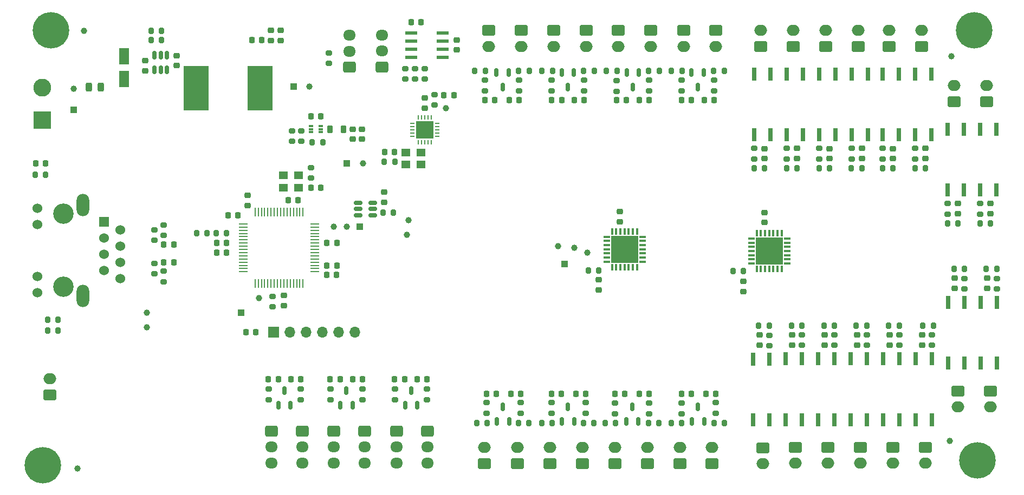
<source format=gbr>
%TF.GenerationSoftware,KiCad,Pcbnew,8.0.5*%
%TF.CreationDate,2024-09-23T13:18:53+02:00*%
%TF.ProjectId,PIC18F_ETH,50494331-3846-45f4-9554-482e6b696361,rev?*%
%TF.SameCoordinates,Original*%
%TF.FileFunction,Soldermask,Top*%
%TF.FilePolarity,Negative*%
%FSLAX46Y46*%
G04 Gerber Fmt 4.6, Leading zero omitted, Abs format (unit mm)*
G04 Created by KiCad (PCBNEW 8.0.5) date 2024-09-23 13:18:53*
%MOMM*%
%LPD*%
G01*
G04 APERTURE LIST*
G04 Aperture macros list*
%AMRoundRect*
0 Rectangle with rounded corners*
0 $1 Rounding radius*
0 $2 $3 $4 $5 $6 $7 $8 $9 X,Y pos of 4 corners*
0 Add a 4 corners polygon primitive as box body*
4,1,4,$2,$3,$4,$5,$6,$7,$8,$9,$2,$3,0*
0 Add four circle primitives for the rounded corners*
1,1,$1+$1,$2,$3*
1,1,$1+$1,$4,$5*
1,1,$1+$1,$6,$7*
1,1,$1+$1,$8,$9*
0 Add four rect primitives between the rounded corners*
20,1,$1+$1,$2,$3,$4,$5,0*
20,1,$1+$1,$4,$5,$6,$7,0*
20,1,$1+$1,$6,$7,$8,$9,0*
20,1,$1+$1,$8,$9,$2,$3,0*%
G04 Aperture macros list end*
%ADD10RoundRect,0.225000X-0.225000X-0.250000X0.225000X-0.250000X0.225000X0.250000X-0.225000X0.250000X0*%
%ADD11RoundRect,0.225000X0.250000X-0.225000X0.250000X0.225000X-0.250000X0.225000X-0.250000X-0.225000X0*%
%ADD12RoundRect,0.225000X-0.250000X0.225000X-0.250000X-0.225000X0.250000X-0.225000X0.250000X0.225000X0*%
%ADD13RoundRect,0.225000X0.225000X0.250000X-0.225000X0.250000X-0.225000X-0.250000X0.225000X-0.250000X0*%
%ADD14C,5.700000*%
%ADD15RoundRect,0.200000X-0.200000X-0.275000X0.200000X-0.275000X0.200000X0.275000X-0.200000X0.275000X0*%
%ADD16RoundRect,0.200000X-0.275000X0.200000X-0.275000X-0.200000X0.275000X-0.200000X0.275000X0.200000X0*%
%ADD17R,0.640000X2.000000*%
%ADD18RoundRect,0.200000X0.200000X0.275000X-0.200000X0.275000X-0.200000X-0.275000X0.200000X-0.275000X0*%
%ADD19RoundRect,0.250000X-0.750000X0.600000X-0.750000X-0.600000X0.750000X-0.600000X0.750000X0.600000X0*%
%ADD20O,2.000000X1.700000*%
%ADD21RoundRect,0.250000X0.725000X-0.600000X0.725000X0.600000X-0.725000X0.600000X-0.725000X-0.600000X0*%
%ADD22O,1.950000X1.700000*%
%ADD23RoundRect,0.200000X0.275000X-0.200000X0.275000X0.200000X-0.275000X0.200000X-0.275000X-0.200000X0*%
%ADD24RoundRect,0.250000X0.750000X-0.600000X0.750000X0.600000X-0.750000X0.600000X-0.750000X-0.600000X0*%
%ADD25R,1.000000X1.000000*%
%ADD26C,1.000000*%
%ADD27RoundRect,0.218750X0.256250X-0.218750X0.256250X0.218750X-0.256250X0.218750X-0.256250X-0.218750X0*%
%ADD28RoundRect,0.150000X-0.150000X0.512500X-0.150000X-0.512500X0.150000X-0.512500X0.150000X0.512500X0*%
%ADD29RoundRect,0.085000X0.265000X0.085000X-0.265000X0.085000X-0.265000X-0.085000X0.265000X-0.085000X0*%
%ADD30R,4.000000X7.000000*%
%ADD31R,1.969999X0.558000*%
%ADD32R,2.800000X2.800000*%
%ADD33C,2.800000*%
%ADD34RoundRect,0.218750X-0.256250X0.218750X-0.256250X-0.218750X0.256250X-0.218750X0.256250X0.218750X0*%
%ADD35RoundRect,0.150000X0.150000X-0.512500X0.150000X0.512500X-0.150000X0.512500X-0.150000X-0.512500X0*%
%ADD36R,1.700000X1.700000*%
%ADD37O,1.700000X1.700000*%
%ADD38RoundRect,0.218750X-0.218750X-0.256250X0.218750X-0.256250X0.218750X0.256250X-0.218750X0.256250X0*%
%ADD39RoundRect,0.150000X-0.512500X-0.150000X0.512500X-0.150000X0.512500X0.150000X-0.512500X0.150000X0*%
%ADD40RoundRect,0.250000X-0.725000X0.600000X-0.725000X-0.600000X0.725000X-0.600000X0.725000X0.600000X0*%
%ADD41RoundRect,0.243750X0.243750X0.456250X-0.243750X0.456250X-0.243750X-0.456250X0.243750X-0.456250X0*%
%ADD42R,0.304800X1.016000*%
%ADD43R,1.016000X0.304800*%
%ADD44R,4.191000X4.191000*%
%ADD45R,0.279400X1.461999*%
%ADD46R,1.461999X0.279400*%
%ADD47RoundRect,0.218750X-0.218750X-0.381250X0.218750X-0.381250X0.218750X0.381250X-0.218750X0.381250X0*%
%ADD48R,0.711200X0.254000*%
%ADD49R,0.254000X0.711200*%
%ADD50R,2.692400X2.692400*%
%ADD51C,3.200000*%
%ADD52R,1.524000X1.524000*%
%ADD53C,1.524000*%
%ADD54O,2.000000X3.500000*%
%ADD55R,1.400000X1.200000*%
%ADD56RoundRect,0.250000X0.550000X-1.050000X0.550000X1.050000X-0.550000X1.050000X-0.550000X-1.050000X0*%
G04 APERTURE END LIST*
D10*
%TO.C,C6005*%
X113766000Y-116078000D03*
X115316000Y-116078000D03*
%TD*%
D11*
%TO.C,C4010*%
X160528000Y-146825000D03*
X160528000Y-145275000D03*
%TD*%
D12*
%TO.C,C4009*%
X137922000Y-145021000D03*
X137922000Y-146571000D03*
%TD*%
D13*
%TO.C,C2012*%
X84341000Y-153162000D03*
X82791000Y-153162000D03*
%TD*%
D14*
%TO.C,H7004*%
X51054000Y-173990000D03*
%TD*%
D15*
%TO.C,R9023*%
X183262000Y-152146000D03*
X184912000Y-152146000D03*
%TD*%
D16*
%TO.C,R8001*%
X140462000Y-164295000D03*
X140462000Y-165945000D03*
%TD*%
D11*
%TO.C,C3008*%
X86750000Y-107535000D03*
X86750000Y-105985000D03*
%TD*%
D17*
%TO.C,U9015*%
X167340000Y-122290000D03*
X169880000Y-122290000D03*
X169880000Y-112790000D03*
X167340000Y-112790000D03*
%TD*%
D18*
%TO.C,R2003*%
X79819000Y-137668000D03*
X78169000Y-137668000D03*
%TD*%
D19*
%TO.C,J8012*%
X141016000Y-105998000D03*
D20*
X141016000Y-108498000D03*
%TD*%
D18*
%TO.C,R9030*%
X174053000Y-127508000D03*
X172403000Y-127508000D03*
%TD*%
D19*
%TO.C,J8016*%
X120742000Y-105998000D03*
D20*
X120742000Y-108498000D03*
%TD*%
D10*
%TO.C,C5001*%
X70000000Y-142250000D03*
X71550000Y-142250000D03*
%TD*%
D15*
%TO.C,R9022*%
X178182000Y-152146000D03*
X179832000Y-152146000D03*
%TD*%
D14*
%TO.C,H7003*%
X197104000Y-173228000D03*
%TD*%
D17*
%TO.C,U9006*%
X189992000Y-157384000D03*
X187452000Y-157384000D03*
X187452000Y-166884000D03*
X189992000Y-166884000D03*
%TD*%
D16*
%TO.C,R9007*%
X195072000Y-144779000D03*
X195072000Y-146429000D03*
%TD*%
D15*
%TO.C,R8032*%
X118601000Y-112308000D03*
X120251000Y-112308000D03*
%TD*%
D18*
%TO.C,R8012*%
X127063000Y-167406000D03*
X125413000Y-167406000D03*
%TD*%
D21*
%TO.C,J6001*%
X99014000Y-111720000D03*
D22*
X99014000Y-109220000D03*
X99014000Y-106720000D03*
%TD*%
D23*
%TO.C,R9015*%
X167340000Y-126067000D03*
X167340000Y-124417000D03*
%TD*%
D24*
%TO.C,J8007*%
X150622000Y-173756000D03*
D20*
X150622000Y-171256000D03*
%TD*%
D13*
%TO.C,C8004*%
X145809000Y-162834000D03*
X144259000Y-162834000D03*
%TD*%
D10*
%TO.C,C8002*%
X140449000Y-162834000D03*
X141999000Y-162834000D03*
%TD*%
%TO.C,C8012*%
X130602000Y-116880000D03*
X132152000Y-116880000D03*
%TD*%
D25*
%TO.C,TP2015*%
X100584000Y-136652000D03*
%TD*%
D15*
%TO.C,R2001*%
X104232000Y-134452000D03*
X105882000Y-134452000D03*
%TD*%
D16*
%TO.C,R8003*%
X150876000Y-164295000D03*
X150876000Y-165945000D03*
%TD*%
D23*
%TO.C,R9012*%
X182326000Y-126067000D03*
X182326000Y-124417000D03*
%TD*%
D17*
%TO.C,U9001*%
X164592000Y-157446000D03*
X162052000Y-157446000D03*
X162052000Y-166946000D03*
X164592000Y-166946000D03*
%TD*%
D11*
%TO.C,C3009*%
X67056000Y-112281000D03*
X67056000Y-110731000D03*
%TD*%
D23*
%TO.C,R2002*%
X87000000Y-149224000D03*
X87000000Y-147574000D03*
%TD*%
D16*
%TO.C,R5004*%
X68500000Y-142425000D03*
X68500000Y-144075000D03*
%TD*%
D26*
%TO.C,TP2004*%
X96520000Y-136652000D03*
%TD*%
D27*
%TO.C,D9007*%
X183388000Y-155194000D03*
X183388000Y-153619000D03*
%TD*%
D19*
%TO.C,J9002*%
X168702000Y-171216000D03*
D20*
X168702000Y-173716000D03*
%TD*%
D12*
%TO.C,C3005*%
X99500000Y-121450000D03*
X99500000Y-123000000D03*
%TD*%
D28*
%TO.C,U3001*%
X70450000Y-109862500D03*
X69500000Y-109862500D03*
X68550000Y-109862500D03*
X68550000Y-112137500D03*
X69500000Y-112137500D03*
X70450000Y-112137500D03*
%TD*%
D11*
%TO.C,C3002*%
X88250000Y-107535000D03*
X88250000Y-105985000D03*
%TD*%
D15*
%TO.C,R8010*%
X118872000Y-167406000D03*
X120522000Y-167406000D03*
%TD*%
D23*
%TO.C,R3004*%
X91500000Y-123325000D03*
X91500000Y-121675000D03*
%TD*%
D16*
%TO.C,R4004*%
X96022000Y-162126000D03*
X96022000Y-163776000D03*
%TD*%
D18*
%TO.C,R9032*%
X163893000Y-127508000D03*
X162243000Y-127508000D03*
%TD*%
D26*
%TO.C,TP3001*%
X55880000Y-115062000D03*
%TD*%
D29*
%TO.C,U3002*%
X94476000Y-121912000D03*
X94476000Y-121412000D03*
X94476000Y-120912000D03*
X92976000Y-120912000D03*
X92976000Y-121412000D03*
X92976000Y-121912000D03*
%TD*%
D13*
%TO.C,C4001*%
X111115000Y-160528000D03*
X109565000Y-160528000D03*
%TD*%
D24*
%TO.C,J3002*%
X52200000Y-163000000D03*
D20*
X52200000Y-160500000D03*
%TD*%
D13*
%TO.C,C8014*%
X125535000Y-116880000D03*
X123985000Y-116880000D03*
%TD*%
D26*
%TO.C,TP2001*%
X67310000Y-150114000D03*
%TD*%
D28*
%TO.C,D8008*%
X134092000Y-112573000D03*
X132192000Y-112573000D03*
X133142000Y-114848000D03*
%TD*%
D10*
%TO.C,C4006*%
X86335000Y-160528000D03*
X87885000Y-160528000D03*
%TD*%
D16*
%TO.C,R5005*%
X68500000Y-137175000D03*
X68500000Y-138825000D03*
%TD*%
%TO.C,R9003*%
X174752000Y-153607000D03*
X174752000Y-155257000D03*
%TD*%
D27*
%TO.C,D9004*%
X168148000Y-155194000D03*
X168148000Y-153619000D03*
%TD*%
D12*
%TO.C,C6004*%
X115778000Y-107444003D03*
X115778000Y-108994003D03*
%TD*%
D25*
%TO.C,TP2016*%
X82042000Y-150114000D03*
%TD*%
D17*
%TO.C,U9003*%
X174752000Y-157384000D03*
X172212000Y-157384000D03*
X172212000Y-166884000D03*
X174752000Y-166884000D03*
%TD*%
D26*
%TO.C,TP2010*%
X134112000Y-139954000D03*
%TD*%
D16*
%TO.C,R8002*%
X145796000Y-164295000D03*
X145796000Y-165945000D03*
%TD*%
D24*
%TO.C,J9010*%
X193502000Y-117094000D03*
D20*
X193502000Y-114594000D03*
%TD*%
D18*
%TO.C,R8029*%
X147429000Y-112308000D03*
X145779000Y-112308000D03*
%TD*%
D26*
%TO.C,FID7004*%
X56500000Y-174500000D03*
%TD*%
D23*
%TO.C,R8018*%
X150922000Y-115419000D03*
X150922000Y-113769000D03*
%TD*%
D30*
%TO.C,L3001*%
X75000000Y-115000000D03*
X85000000Y-115000000D03*
%TD*%
D16*
%TO.C,R4001*%
X111090000Y-162126000D03*
X111090000Y-163776000D03*
%TD*%
%TO.C,R8005*%
X120396000Y-164232000D03*
X120396000Y-165882000D03*
%TD*%
D31*
%TO.C,U6003*%
X113549300Y-110155000D03*
X113549300Y-108885000D03*
X113549300Y-107615000D03*
X113549300Y-106345000D03*
X108621700Y-106345000D03*
X108621700Y-107615000D03*
X108621700Y-108885000D03*
X108621700Y-110155000D03*
%TD*%
D17*
%TO.C,U9016*%
X162260000Y-122290000D03*
X164800000Y-122290000D03*
X164800000Y-112790000D03*
X162260000Y-112790000D03*
%TD*%
D24*
%TO.C,J9016*%
X163276000Y-108458000D03*
D20*
X163276000Y-105958000D03*
%TD*%
D26*
%TO.C,TP3003*%
X92750000Y-114750000D03*
%TD*%
D16*
%TO.C,R4002*%
X106090000Y-162126000D03*
X106090000Y-163776000D03*
%TD*%
D11*
%TO.C,C6002*%
X110744000Y-118123000D03*
X110744000Y-116573000D03*
%TD*%
D26*
%TO.C,TP2002*%
X67310000Y-152400000D03*
%TD*%
D32*
%TO.C,J3001*%
X51000000Y-120000000D03*
D33*
X51000000Y-114920000D03*
%TD*%
D16*
%TO.C,R3005*%
X90000000Y-121675000D03*
X90000000Y-123325000D03*
%TD*%
D10*
%TO.C,C6003*%
X108666000Y-104663003D03*
X110216000Y-104663003D03*
%TD*%
D16*
%TO.C,R9002*%
X169718000Y-153607000D03*
X169718000Y-155257000D03*
%TD*%
D27*
%TO.C,D9006*%
X178308000Y-155194000D03*
X178308000Y-153619000D03*
%TD*%
%TO.C,D9005*%
X173228000Y-155194000D03*
X173228000Y-153619000D03*
%TD*%
D13*
%TO.C,C8003*%
X125743000Y-162834000D03*
X124193000Y-162834000D03*
%TD*%
D10*
%TO.C,C2010*%
X95450000Y-144250000D03*
X97000000Y-144250000D03*
%TD*%
D16*
%TO.C,R4003*%
X101022000Y-162126000D03*
X101022000Y-163776000D03*
%TD*%
D13*
%TO.C,C2005*%
X79769000Y-140716000D03*
X78219000Y-140716000D03*
%TD*%
D18*
%TO.C,R3003*%
X94825000Y-123500000D03*
X93175000Y-123500000D03*
%TD*%
D16*
%TO.C,R9005*%
X184912000Y-153607000D03*
X184912000Y-155257000D03*
%TD*%
D24*
%TO.C,J8008*%
X155656000Y-173736000D03*
D20*
X155656000Y-171236000D03*
%TD*%
D21*
%TO.C,J6002*%
X104048000Y-111680000D03*
D22*
X104048000Y-109180000D03*
X104048000Y-106680000D03*
%TD*%
D10*
%TO.C,C2002*%
X95475000Y-139250000D03*
X97025000Y-139250000D03*
%TD*%
D18*
%TO.C,R9028*%
X183959000Y-127508000D03*
X182309000Y-127508000D03*
%TD*%
D10*
%TO.C,C2003*%
X92964000Y-130556000D03*
X94514000Y-130556000D03*
%TD*%
D18*
%TO.C,R9031*%
X168973000Y-127508000D03*
X167323000Y-127508000D03*
%TD*%
D34*
%TO.C,D9015*%
X168910000Y-124434500D03*
X168910000Y-126009500D03*
%TD*%
D26*
%TO.C,FID7001*%
X57500000Y-106000000D03*
%TD*%
D23*
%TO.C,R8024*%
X120188000Y-115419000D03*
X120188000Y-113769000D03*
%TD*%
D24*
%TO.C,J9013*%
X178516000Y-108458000D03*
D20*
X178516000Y-105958000D03*
%TD*%
D23*
%TO.C,R6005*%
X107696000Y-113601000D03*
X107696000Y-111951000D03*
%TD*%
D19*
%TO.C,J9003*%
X173736000Y-171216000D03*
D20*
X173736000Y-173716000D03*
%TD*%
D18*
%TO.C,R8030*%
X127109000Y-112308000D03*
X125459000Y-112308000D03*
%TD*%
%TO.C,R8015*%
X157606000Y-167406000D03*
X155956000Y-167406000D03*
%TD*%
D19*
%TO.C,J8013*%
X135982000Y-105958000D03*
D20*
X135982000Y-108458000D03*
%TD*%
D19*
%TO.C,J9006*%
X188976000Y-171216000D03*
D20*
X188976000Y-173716000D03*
%TD*%
D26*
%TO.C,TP2008*%
X131572000Y-139700000D03*
%TD*%
D15*
%TO.C,R4008*%
X158941000Y-143660001D03*
X160591000Y-143660001D03*
%TD*%
D27*
%TO.C,D9003*%
X163068000Y-155219500D03*
X163068000Y-153644500D03*
%TD*%
D35*
%TO.C,D4002*%
X97572000Y-164658500D03*
X99472000Y-164658500D03*
X98522000Y-162383500D03*
%TD*%
D13*
%TO.C,C8009*%
X156015000Y-116880000D03*
X154465000Y-116880000D03*
%TD*%
D10*
%TO.C,C2007*%
X95475000Y-142750000D03*
X97025000Y-142750000D03*
%TD*%
D19*
%TO.C,J8014*%
X130902000Y-105958000D03*
D20*
X130902000Y-108458000D03*
%TD*%
D17*
%TO.C,U9009*%
X197566000Y-130926000D03*
X200106000Y-130926000D03*
X200106000Y-121426000D03*
X197566000Y-121426000D03*
%TD*%
%TO.C,U9005*%
X184912000Y-157384000D03*
X182372000Y-157384000D03*
X182372000Y-166884000D03*
X184912000Y-166884000D03*
%TD*%
D12*
%TO.C,C2011*%
X88750000Y-147475000D03*
X88750000Y-149025000D03*
%TD*%
D18*
%TO.C,R9026*%
X194119000Y-136144000D03*
X192469000Y-136144000D03*
%TD*%
D23*
%TO.C,R9016*%
X162260000Y-126067000D03*
X162260000Y-124417000D03*
%TD*%
%TO.C,R6006*%
X95750000Y-111150000D03*
X95750000Y-109500000D03*
%TD*%
D26*
%TO.C,TP2011*%
X108204000Y-135636000D03*
%TD*%
D36*
%TO.C,J2001*%
X87122000Y-153162000D03*
D37*
X89662000Y-153162000D03*
X92202000Y-153162000D03*
X94742000Y-153162000D03*
X97282000Y-153162000D03*
X99822000Y-153162000D03*
%TD*%
D11*
%TO.C,C2009*%
X83058000Y-133363000D03*
X83058000Y-131813000D03*
%TD*%
D13*
%TO.C,C4005*%
X91385000Y-160528000D03*
X89835000Y-160528000D03*
%TD*%
D16*
%TO.C,R6003*%
X109220000Y-111951000D03*
X109220000Y-113601000D03*
%TD*%
D12*
%TO.C,C3007*%
X100976000Y-121412000D03*
X100976000Y-122962000D03*
%TD*%
D26*
%TO.C,TP2003*%
X98552000Y-136652000D03*
%TD*%
%TO.C,TP3005*%
X101092000Y-126746000D03*
%TD*%
D28*
%TO.C,D8005*%
X144252000Y-112573000D03*
X142352000Y-112573000D03*
X143302000Y-114848000D03*
%TD*%
D17*
%TO.C,U9011*%
X187406000Y-122290000D03*
X189946000Y-122290000D03*
X189946000Y-112790000D03*
X187406000Y-112790000D03*
%TD*%
D38*
%TO.C,D3002*%
X49962500Y-126750000D03*
X51537500Y-126750000D03*
%TD*%
D10*
%TO.C,C5002*%
X70000000Y-139500000D03*
X71550000Y-139500000D03*
%TD*%
D18*
%TO.C,R3001*%
X69650000Y-106000000D03*
X68000000Y-106000000D03*
%TD*%
D17*
%TO.C,U9007*%
X195072000Y-148556000D03*
X192532000Y-148556000D03*
X192532000Y-158056000D03*
X195072000Y-158056000D03*
%TD*%
D39*
%TO.C,U2001*%
X100341000Y-132974000D03*
X100341000Y-133924000D03*
X100341000Y-134874000D03*
X102616000Y-134874000D03*
X102616000Y-133924000D03*
X102616000Y-132974000D03*
%TD*%
D17*
%TO.C,U9008*%
X200152000Y-148556000D03*
X197612000Y-148556000D03*
X197612000Y-158056000D03*
X200152000Y-158056000D03*
%TD*%
D10*
%TO.C,C8001*%
X120383000Y-162834000D03*
X121933000Y-162834000D03*
%TD*%
%TO.C,C2004*%
X89450000Y-132500000D03*
X91000000Y-132500000D03*
%TD*%
D11*
%TO.C,C2001*%
X104405000Y-132855000D03*
X104405000Y-131305000D03*
%TD*%
D40*
%TO.C,J4003*%
X101346000Y-168656000D03*
D22*
X101346000Y-171156000D03*
X101346000Y-173656000D03*
%TD*%
D41*
%TO.C,D3001*%
X60119500Y-114808000D03*
X58244500Y-114808000D03*
%TD*%
D15*
%TO.C,R9020*%
X168085000Y-152146000D03*
X169735000Y-152146000D03*
%TD*%
D24*
%TO.C,J8006*%
X145542000Y-173756000D03*
D20*
X145542000Y-171256000D03*
%TD*%
D34*
%TO.C,D9014*%
X173990000Y-124460000D03*
X173990000Y-126035000D03*
%TD*%
D23*
%TO.C,R9013*%
X177500000Y-126067000D03*
X177500000Y-124417000D03*
%TD*%
%TO.C,R8017*%
X156002000Y-115419000D03*
X156002000Y-113769000D03*
%TD*%
D15*
%TO.C,R8014*%
X129032000Y-167406000D03*
X130682000Y-167406000D03*
%TD*%
D23*
%TO.C,R8020*%
X140762000Y-115482000D03*
X140762000Y-113832000D03*
%TD*%
D18*
%TO.C,R2005*%
X76771000Y-137668000D03*
X75121000Y-137668000D03*
%TD*%
D34*
%TO.C,D9013*%
X179070000Y-124434500D03*
X179070000Y-126009500D03*
%TD*%
D14*
%TO.C,H7002*%
X196596000Y-105918000D03*
%TD*%
D23*
%TO.C,R5003*%
X70000000Y-145325000D03*
X70000000Y-143675000D03*
%TD*%
D34*
%TO.C,D9011*%
X188976000Y-124434500D03*
X188976000Y-126009500D03*
%TD*%
D15*
%TO.C,R8028*%
X129078000Y-112308000D03*
X130728000Y-112308000D03*
%TD*%
D16*
%TO.C,R9006*%
X189992000Y-153607000D03*
X189992000Y-155257000D03*
%TD*%
D15*
%TO.C,R9024*%
X193485000Y-143256000D03*
X195135000Y-143256000D03*
%TD*%
D42*
%TO.C,U4002*%
X166542001Y-137706000D03*
X165892000Y-137706000D03*
X165241999Y-137706000D03*
X164592000Y-137706000D03*
X163942001Y-137706000D03*
X163292000Y-137706000D03*
X162642001Y-137706000D03*
D43*
X161798000Y-138549999D03*
X161798000Y-139200000D03*
X161798000Y-139849999D03*
X161798000Y-140500000D03*
X161798000Y-141149999D03*
X161798000Y-141800000D03*
X161798000Y-142449999D03*
D42*
X162641999Y-143294000D03*
X163292000Y-143294000D03*
X163941999Y-143294000D03*
X164592000Y-143294000D03*
X165241999Y-143294000D03*
X165892000Y-143294000D03*
X166541999Y-143294000D03*
D43*
X167386000Y-142450001D03*
X167386000Y-141800000D03*
X167386000Y-141150001D03*
X167386000Y-140500000D03*
X167386000Y-139850001D03*
X167386000Y-139200000D03*
X167386000Y-138550001D03*
D44*
X164592000Y-140500000D03*
%TD*%
D28*
%TO.C,D8007*%
X154366000Y-112533000D03*
X152466000Y-112533000D03*
X153416000Y-114808000D03*
%TD*%
D13*
%TO.C,C6001*%
X106025000Y-125000000D03*
X104475000Y-125000000D03*
%TD*%
D24*
%TO.C,J8004*%
X135382000Y-173756000D03*
D20*
X135382000Y-171256000D03*
%TD*%
D16*
%TO.C,R9008*%
X200152000Y-144779000D03*
X200152000Y-146429000D03*
%TD*%
D17*
%TO.C,U9002*%
X169672000Y-157384000D03*
X167132000Y-157384000D03*
X167132000Y-166884000D03*
X169672000Y-166884000D03*
%TD*%
D40*
%TO.C,J4006*%
X86832000Y-168656000D03*
D22*
X86832000Y-171156000D03*
X86832000Y-173656000D03*
%TD*%
D24*
%TO.C,J8005*%
X140462000Y-173756000D03*
D20*
X140462000Y-171256000D03*
%TD*%
D24*
%TO.C,J9012*%
X183342000Y-108458000D03*
D20*
X183342000Y-105958000D03*
%TD*%
D35*
%TO.C,D4003*%
X87884000Y-164658500D03*
X89784000Y-164658500D03*
X88834000Y-162383500D03*
%TD*%
D15*
%TO.C,R8013*%
X149289000Y-167406000D03*
X150939000Y-167406000D03*
%TD*%
D12*
%TO.C,C3003*%
X72000000Y-109950000D03*
X72000000Y-111500000D03*
%TD*%
D35*
%TO.C,D4001*%
X107696000Y-164658500D03*
X109596000Y-164658500D03*
X108646000Y-162383500D03*
%TD*%
D16*
%TO.C,R9001*%
X164638000Y-153669000D03*
X164638000Y-155319000D03*
%TD*%
D27*
%TO.C,D9001*%
X198628000Y-146304000D03*
X198628000Y-144729000D03*
%TD*%
D18*
%TO.C,R8026*%
X137269000Y-112308000D03*
X135619000Y-112308000D03*
%TD*%
D17*
%TO.C,U9012*%
X182326000Y-122290000D03*
X184866000Y-122290000D03*
X184866000Y-112790000D03*
X182326000Y-112790000D03*
%TD*%
D19*
%TO.C,J9007*%
X194102000Y-162388000D03*
D20*
X194102000Y-164888000D03*
%TD*%
D35*
%TO.C,D8003*%
X122052000Y-167152000D03*
X123952000Y-167152000D03*
X123002000Y-164877000D03*
%TD*%
D45*
%TO.C,U2002*%
X84250000Y-145618998D03*
X84749999Y-145618998D03*
X85250000Y-145618998D03*
X85749999Y-145618998D03*
X86250001Y-145618998D03*
X86750000Y-145618998D03*
X87249999Y-145618998D03*
X87750000Y-145618998D03*
X88250000Y-145618998D03*
X88750001Y-145618998D03*
X89250000Y-145618998D03*
X89749999Y-145618998D03*
X90250001Y-145618998D03*
X90750000Y-145618998D03*
X91250001Y-145618998D03*
X91750000Y-145618998D03*
D46*
X93618998Y-143750000D03*
X93618998Y-143250001D03*
X93618998Y-142750000D03*
X93618998Y-142250001D03*
X93618998Y-141749999D03*
X93618998Y-141250000D03*
X93618998Y-140750001D03*
X93618998Y-140250000D03*
X93618998Y-139750000D03*
X93618998Y-139249999D03*
X93618998Y-138750000D03*
X93618998Y-138250001D03*
X93618998Y-137749999D03*
X93618998Y-137250000D03*
X93618998Y-136749999D03*
X93618998Y-136250000D03*
D45*
X91750000Y-134381002D03*
X91250001Y-134381002D03*
X90750000Y-134381002D03*
X90250001Y-134381002D03*
X89749999Y-134381002D03*
X89250000Y-134381002D03*
X88750001Y-134381002D03*
X88250000Y-134381002D03*
X87750000Y-134381002D03*
X87249999Y-134381002D03*
X86750000Y-134381002D03*
X86250001Y-134381002D03*
X85749999Y-134381002D03*
X85250000Y-134381002D03*
X84749999Y-134381002D03*
X84250000Y-134381002D03*
D46*
X82381002Y-136250000D03*
X82381002Y-136749999D03*
X82381002Y-137250000D03*
X82381002Y-137749999D03*
X82381002Y-138250001D03*
X82381002Y-138750000D03*
X82381002Y-139249999D03*
X82381002Y-139750000D03*
X82381002Y-140250000D03*
X82381002Y-140750001D03*
X82381002Y-141250000D03*
X82381002Y-141749999D03*
X82381002Y-142250001D03*
X82381002Y-142750000D03*
X82381002Y-143250001D03*
X82381002Y-143750000D03*
%TD*%
D23*
%TO.C,R8019*%
X145842000Y-115419000D03*
X145842000Y-113769000D03*
%TD*%
D35*
%TO.C,D8001*%
X152532000Y-167152000D03*
X154432000Y-167152000D03*
X153482000Y-164877000D03*
%TD*%
D13*
%TO.C,C8013*%
X145855000Y-116880000D03*
X144305000Y-116880000D03*
%TD*%
D40*
%TO.C,J4002*%
X106344000Y-168656000D03*
D22*
X106344000Y-171156000D03*
X106344000Y-173656000D03*
%TD*%
D18*
%TO.C,R9027*%
X189039000Y-127508000D03*
X187389000Y-127508000D03*
%TD*%
D24*
%TO.C,J9015*%
X168348000Y-108458000D03*
D20*
X168348000Y-105958000D03*
%TD*%
D26*
%TO.C,TP2009*%
X136144000Y-140716000D03*
%TD*%
D42*
%TO.C,U4001*%
X143936001Y-137414000D03*
X143286000Y-137414000D03*
X142635999Y-137414000D03*
X141986000Y-137414000D03*
X141336001Y-137414000D03*
X140686000Y-137414000D03*
X140036001Y-137414000D03*
D43*
X139192000Y-138257999D03*
X139192000Y-138908000D03*
X139192000Y-139557999D03*
X139192000Y-140208000D03*
X139192000Y-140857999D03*
X139192000Y-141508000D03*
X139192000Y-142157999D03*
D42*
X140035999Y-143002000D03*
X140686000Y-143002000D03*
X141335999Y-143002000D03*
X141986000Y-143002000D03*
X142635999Y-143002000D03*
X143286000Y-143002000D03*
X143935999Y-143002000D03*
D43*
X144780000Y-142158001D03*
X144780000Y-141508000D03*
X144780000Y-140858001D03*
X144780000Y-140208000D03*
X144780000Y-139558001D03*
X144780000Y-138908000D03*
X144780000Y-138258001D03*
D44*
X141986000Y-140208000D03*
%TD*%
D13*
%TO.C,C4003*%
X101047000Y-160528000D03*
X99497000Y-160528000D03*
%TD*%
D15*
%TO.C,R9018*%
X188596000Y-152146000D03*
X190246000Y-152146000D03*
%TD*%
D17*
%TO.C,U9004*%
X179832000Y-157384000D03*
X177292000Y-157384000D03*
X177292000Y-166884000D03*
X179832000Y-166884000D03*
%TD*%
D23*
%TO.C,R9014*%
X172390000Y-126067000D03*
X172390000Y-124417000D03*
%TD*%
D10*
%TO.C,C4004*%
X95997000Y-160528000D03*
X97547000Y-160528000D03*
%TD*%
D47*
%TO.C,L3002*%
X95913500Y-121412000D03*
X98038500Y-121412000D03*
%TD*%
D13*
%TO.C,C8008*%
X156223000Y-162834000D03*
X154673000Y-162834000D03*
%TD*%
D26*
%TO.C,TP2012*%
X84836000Y-147828000D03*
%TD*%
D18*
%TO.C,R8016*%
X137223000Y-167406000D03*
X135573000Y-167406000D03*
%TD*%
D26*
%TO.C,TP2007*%
X114046000Y-118110000D03*
%TD*%
D48*
%TO.C,U6002*%
X108806899Y-120556899D03*
X108806899Y-121056901D03*
X108806899Y-121556900D03*
X108806899Y-122056899D03*
X108806899Y-122556901D03*
D49*
X109749998Y-123500000D03*
X110250000Y-123500000D03*
X110749999Y-123500000D03*
X111249998Y-123500000D03*
X111750000Y-123500000D03*
D48*
X112693099Y-122556901D03*
X112693099Y-122056899D03*
X112693099Y-121556900D03*
X112693099Y-121056901D03*
X112693099Y-120556899D03*
D49*
X111750000Y-119613800D03*
X111249998Y-119613800D03*
X110749999Y-119613800D03*
X110250000Y-119613800D03*
X109749998Y-119613800D03*
D50*
X110749999Y-121556900D03*
%TD*%
D15*
%TO.C,R9019*%
X162942000Y-152146000D03*
X164592000Y-152146000D03*
%TD*%
D26*
%TO.C,FID7002*%
X193040000Y-109982000D03*
%TD*%
D15*
%TO.C,R9021*%
X173165000Y-152146000D03*
X174815000Y-152146000D03*
%TD*%
D19*
%TO.C,J8011*%
X146096000Y-105998000D03*
D20*
X146096000Y-108498000D03*
%TD*%
D23*
%TO.C,R8023*%
X125522000Y-115419000D03*
X125522000Y-113769000D03*
%TD*%
D17*
%TO.C,U9010*%
X192486000Y-130926000D03*
X195026000Y-130926000D03*
X195026000Y-121426000D03*
X192486000Y-121426000D03*
%TD*%
D16*
%TO.C,R8007*%
X130556000Y-164232000D03*
X130556000Y-165882000D03*
%TD*%
D34*
%TO.C,D9016*%
X163830000Y-124460000D03*
X163830000Y-126035000D03*
%TD*%
D15*
%TO.C,R3002*%
X68000000Y-107500000D03*
X69650000Y-107500000D03*
%TD*%
D19*
%TO.C,J9001*%
X163622000Y-171278000D03*
D20*
X163622000Y-173778000D03*
%TD*%
D24*
%TO.C,J8001*%
X120096000Y-173736000D03*
D20*
X120096000Y-171236000D03*
%TD*%
D11*
%TO.C,C4007*%
X141224000Y-135903000D03*
X141224000Y-134353000D03*
%TD*%
D10*
%TO.C,C8006*%
X150863000Y-162834000D03*
X152413000Y-162834000D03*
%TD*%
D26*
%TO.C,TP2006*%
X107950000Y-137922000D03*
%TD*%
D13*
%TO.C,C3006*%
X94526000Y-119412000D03*
X92976000Y-119412000D03*
%TD*%
D16*
%TO.C,R8004*%
X156210000Y-164232000D03*
X156210000Y-165882000D03*
%TD*%
D18*
%TO.C,R5002*%
X53466000Y-151250000D03*
X51816000Y-151250000D03*
%TD*%
D16*
%TO.C,R4006*%
X86360000Y-162126000D03*
X86360000Y-163776000D03*
%TD*%
D51*
%TO.C,J5001*%
X54310000Y-134695000D03*
X54310000Y-146125000D03*
D52*
X60660000Y-135965000D03*
D53*
X63200000Y-137235000D03*
X60660000Y-138505000D03*
X63200000Y-139775000D03*
X60660000Y-141045000D03*
X63200000Y-142315000D03*
X60660000Y-143585000D03*
X63200000Y-144855000D03*
X50250000Y-133780000D03*
X50250000Y-136320000D03*
X50250000Y-144500000D03*
X50250000Y-147040000D03*
D54*
X57360000Y-133290000D03*
X57360000Y-147530000D03*
%TD*%
D15*
%TO.C,R8009*%
X138938000Y-167406000D03*
X140588000Y-167406000D03*
%TD*%
D18*
%TO.C,R9029*%
X179070000Y-127508000D03*
X177420000Y-127508000D03*
%TD*%
D19*
%TO.C,J8015*%
X125822000Y-105978000D03*
D20*
X125822000Y-108478000D03*
%TD*%
D27*
%TO.C,D9008*%
X193548000Y-146329500D03*
X193548000Y-144754500D03*
%TD*%
D55*
%TO.C,U6001*%
X107800000Y-126950000D03*
X110200000Y-126950000D03*
X110200000Y-125050000D03*
X107800000Y-125050000D03*
%TD*%
D40*
%TO.C,J4004*%
X96520000Y-168656000D03*
D22*
X96520000Y-171156000D03*
X96520000Y-173656000D03*
%TD*%
D25*
%TO.C,TP3006*%
X90250000Y-114750000D03*
%TD*%
D24*
%TO.C,J9009*%
X198536000Y-117094000D03*
D20*
X198536000Y-114594000D03*
%TD*%
D15*
%TO.C,R4007*%
X136335000Y-143510000D03*
X137985000Y-143510000D03*
%TD*%
D17*
%TO.C,U9014*%
X172420000Y-122290000D03*
X174960000Y-122290000D03*
X174960000Y-112790000D03*
X172420000Y-112790000D03*
%TD*%
D13*
%TO.C,C2006*%
X79769000Y-139192000D03*
X78219000Y-139192000D03*
%TD*%
D24*
%TO.C,J9011*%
X188422000Y-108458000D03*
D20*
X188422000Y-105958000D03*
%TD*%
D35*
%TO.C,D8002*%
X142240000Y-167152000D03*
X144140000Y-167152000D03*
X143190000Y-164877000D03*
%TD*%
D19*
%TO.C,J9008*%
X199136000Y-162388000D03*
D20*
X199136000Y-164888000D03*
%TD*%
D17*
%TO.C,U9013*%
X177500000Y-122290000D03*
X180040000Y-122290000D03*
X180040000Y-112790000D03*
X177500000Y-112790000D03*
%TD*%
D35*
%TO.C,D8004*%
X132212000Y-167152000D03*
X134112000Y-167152000D03*
X133162000Y-164877000D03*
%TD*%
D10*
%TO.C,C4002*%
X106065000Y-160528000D03*
X107615000Y-160528000D03*
%TD*%
D16*
%TO.C,R6002*%
X112268000Y-116015000D03*
X112268000Y-117665000D03*
%TD*%
D34*
%TO.C,D9012*%
X183896000Y-124460000D03*
X183896000Y-126035000D03*
%TD*%
D15*
%TO.C,R6001*%
X104425000Y-126500000D03*
X106075000Y-126500000D03*
%TD*%
D23*
%TO.C,R2004*%
X92964000Y-129095000D03*
X92964000Y-127445000D03*
%TD*%
D14*
%TO.C,H7001*%
X52324000Y-105918000D03*
%TD*%
D23*
%TO.C,R8021*%
X135682000Y-115419000D03*
X135682000Y-113769000D03*
%TD*%
D16*
%TO.C,R8008*%
X135890000Y-164232000D03*
X135890000Y-165882000D03*
%TD*%
D25*
%TO.C,TP3002*%
X55880000Y-118364000D03*
%TD*%
D19*
%TO.C,J9004*%
X178816000Y-171216000D03*
D20*
X178816000Y-173716000D03*
%TD*%
D15*
%TO.C,R9017*%
X198502000Y-143256000D03*
X200152000Y-143256000D03*
%TD*%
D18*
%TO.C,R8025*%
X157589000Y-112308000D03*
X155939000Y-112308000D03*
%TD*%
D19*
%TO.C,J8010*%
X151222000Y-105978000D03*
D20*
X151222000Y-108478000D03*
%TD*%
D55*
%TO.C,U2003*%
X91046000Y-128656000D03*
X88646000Y-128656000D03*
X88646000Y-130556000D03*
X91046000Y-130556000D03*
%TD*%
D18*
%TO.C,R5001*%
X53466000Y-152908000D03*
X51816000Y-152908000D03*
%TD*%
D11*
%TO.C,C4008*%
X163830000Y-136053001D03*
X163830000Y-134503001D03*
%TD*%
D23*
%TO.C,R6004*%
X110744000Y-113601000D03*
X110744000Y-111951000D03*
%TD*%
D18*
%TO.C,R9025*%
X199199000Y-136144000D03*
X197549000Y-136144000D03*
%TD*%
D13*
%TO.C,C8010*%
X135695000Y-116880000D03*
X134145000Y-116880000D03*
%TD*%
D25*
%TO.C,TP2005*%
X132588000Y-142494000D03*
%TD*%
D19*
%TO.C,J8009*%
X156256000Y-105958000D03*
D20*
X156256000Y-108458000D03*
%TD*%
D23*
%TO.C,R8022*%
X130602000Y-115419000D03*
X130602000Y-113769000D03*
%TD*%
%TO.C,R9011*%
X187406000Y-126067000D03*
X187406000Y-124417000D03*
%TD*%
D10*
%TO.C,C8015*%
X140749000Y-116880000D03*
X142299000Y-116880000D03*
%TD*%
D23*
%TO.C,R9009*%
X197566000Y-134703000D03*
X197566000Y-133053000D03*
%TD*%
D26*
%TO.C,FID7003*%
X192786000Y-170180000D03*
%TD*%
D10*
%TO.C,C8005*%
X130543000Y-162834000D03*
X132093000Y-162834000D03*
%TD*%
D34*
%TO.C,D9009*%
X199136000Y-133070500D03*
X199136000Y-134645500D03*
%TD*%
D13*
%TO.C,C3004*%
X85275000Y-107500000D03*
X83725000Y-107500000D03*
%TD*%
D27*
%TO.C,D9002*%
X188468000Y-155219500D03*
X188468000Y-153644500D03*
%TD*%
D15*
%TO.C,R8031*%
X139175000Y-112308000D03*
X140825000Y-112308000D03*
%TD*%
D19*
%TO.C,J9005*%
X183942000Y-171216000D03*
D20*
X183942000Y-173716000D03*
%TD*%
D18*
%TO.C,R8011*%
X147383000Y-167406000D03*
X145733000Y-167406000D03*
%TD*%
D16*
%TO.C,R8006*%
X125730000Y-164232000D03*
X125730000Y-165882000D03*
%TD*%
D18*
%TO.C,R3006*%
X51537500Y-128528000D03*
X49887500Y-128528000D03*
%TD*%
D28*
%TO.C,D8006*%
X123886000Y-112533000D03*
X121986000Y-112533000D03*
X122936000Y-114808000D03*
%TD*%
D34*
%TO.C,D9010*%
X194056000Y-133070500D03*
X194056000Y-134645500D03*
%TD*%
D40*
%TO.C,J4005*%
X91658000Y-168656000D03*
D22*
X91658000Y-171156000D03*
X91658000Y-173656000D03*
%TD*%
D10*
%TO.C,C8011*%
X150896000Y-116880000D03*
X152446000Y-116880000D03*
%TD*%
D24*
%TO.C,J8002*%
X125222000Y-173756000D03*
D20*
X125222000Y-171256000D03*
%TD*%
D40*
%TO.C,J4001*%
X111170000Y-168656000D03*
D22*
X111170000Y-171156000D03*
X111170000Y-173656000D03*
%TD*%
D10*
%TO.C,C8016*%
X120175000Y-116880000D03*
X121725000Y-116880000D03*
%TD*%
D25*
%TO.C,TP3004*%
X98552000Y-126746000D03*
%TD*%
D24*
%TO.C,J9014*%
X173436000Y-108458000D03*
D20*
X173436000Y-105958000D03*
%TD*%
D56*
%TO.C,C3001*%
X63754000Y-113600000D03*
X63754000Y-110000000D03*
%TD*%
D23*
%TO.C,R5006*%
X70000000Y-138075000D03*
X70000000Y-136425000D03*
%TD*%
D13*
%TO.C,C8007*%
X135903000Y-162834000D03*
X134353000Y-162834000D03*
%TD*%
D23*
%TO.C,R9010*%
X192486000Y-134703000D03*
X192486000Y-133053000D03*
%TD*%
D24*
%TO.C,J8003*%
X130302000Y-173756000D03*
D20*
X130302000Y-171256000D03*
%TD*%
D16*
%TO.C,R4005*%
X91360000Y-162126000D03*
X91360000Y-163776000D03*
%TD*%
D15*
%TO.C,R8027*%
X149335000Y-112308000D03*
X150985000Y-112308000D03*
%TD*%
D16*
%TO.C,R9004*%
X179832000Y-153607000D03*
X179832000Y-155257000D03*
%TD*%
D13*
%TO.C,C2008*%
X81547000Y-134874000D03*
X79997000Y-134874000D03*
%TD*%
M02*

</source>
